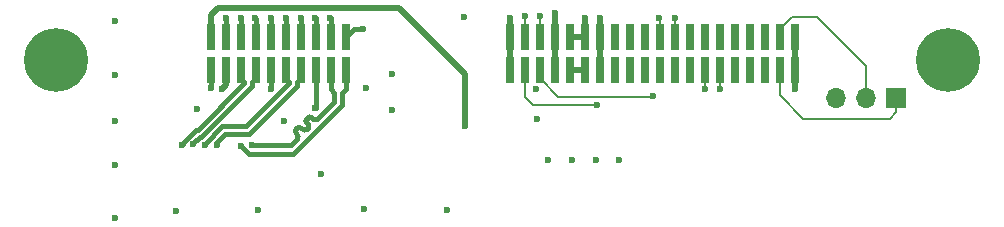
<source format=gbl>
%TF.GenerationSoftware,KiCad,Pcbnew,9.0.4*%
%TF.CreationDate,2025-11-20T16:12:11-08:00*%
%TF.ProjectId,hadron_io_breakouts,68616472-6f6e-45f6-996f-5f627265616b,rev?*%
%TF.SameCoordinates,Original*%
%TF.FileFunction,Copper,L4,Bot*%
%TF.FilePolarity,Positive*%
%FSLAX46Y46*%
G04 Gerber Fmt 4.6, Leading zero omitted, Abs format (unit mm)*
G04 Created by KiCad (PCBNEW 9.0.4) date 2025-11-20 16:12:11*
%MOMM*%
%LPD*%
G01*
G04 APERTURE LIST*
%TA.AperFunction,ComponentPad*%
%ADD10C,0.800000*%
%TD*%
%TA.AperFunction,ComponentPad*%
%ADD11C,5.400000*%
%TD*%
%TA.AperFunction,ComponentPad*%
%ADD12R,1.700000X1.700000*%
%TD*%
%TA.AperFunction,ComponentPad*%
%ADD13O,1.700000X1.700000*%
%TD*%
%TA.AperFunction,SMDPad,CuDef*%
%ADD14R,0.740000X2.220000*%
%TD*%
%TA.AperFunction,ViaPad*%
%ADD15C,0.600000*%
%TD*%
%TA.AperFunction,Conductor*%
%ADD16C,0.500000*%
%TD*%
%TA.AperFunction,Conductor*%
%ADD17C,0.200000*%
%TD*%
%TA.AperFunction,Conductor*%
%ADD18C,0.420000*%
%TD*%
%TA.AperFunction,Conductor*%
%ADD19C,0.425600*%
%TD*%
G04 APERTURE END LIST*
D10*
%TO.P,REF\u002A\u002A,1*%
%TO.N,N/C*%
X98515000Y-25000000D03*
X99108109Y-23568109D03*
X99108109Y-26431891D03*
X100540000Y-22975000D03*
D11*
X100540000Y-25000000D03*
D10*
X100540000Y-27025000D03*
X101971891Y-23568109D03*
X101971891Y-26431891D03*
X102565000Y-25000000D03*
%TD*%
%TO.P,REF\u002A\u002A,1*%
%TO.N,N/C*%
X22975000Y-25000000D03*
X23568109Y-23568109D03*
X23568109Y-26431891D03*
X25000000Y-22975000D03*
D11*
X25000000Y-25000000D03*
D10*
X25000000Y-27025000D03*
X26431891Y-23568109D03*
X26431891Y-26431891D03*
X27025000Y-25000000D03*
%TD*%
D12*
%TO.P,J7,1,Pin_1*%
%TO.N,SBC_Debug-Rx*%
X96150000Y-28225000D03*
D13*
%TO.P,J7,2,Pin_2*%
%TO.N,SBC_Debug-Tx*%
X93610000Y-28225000D03*
%TO.P,J7,3,Pin_3*%
%TO.N,GND*%
X91070000Y-28225000D03*
%TD*%
D14*
%TO.P,J2,01,01*%
%TO.N,GND*%
X49535000Y-23048500D03*
%TO.P,J2,02,02*%
%TO.N,USB1_D_P*%
X49535000Y-25778500D03*
%TO.P,J2,03,03*%
%TO.N,USB0_D_P*%
X48265000Y-23048500D03*
%TO.P,J2,04,04*%
%TO.N,USB1_D_N*%
X48265000Y-25778500D03*
%TO.P,J2,05,05*%
%TO.N,USB0_D_N*%
X46995000Y-23048500D03*
%TO.P,J2,06,06*%
%TO.N,GND*%
X46995000Y-25778500D03*
%TO.P,J2,07,07*%
X45725000Y-23048500D03*
%TO.P,J2,08,08*%
%TO.N,USB1_TX_N*%
X45725000Y-25778500D03*
%TO.P,J2,09,09*%
%TO.N,USB0_TX_N*%
X44455000Y-23048500D03*
%TO.P,J2,10,10*%
%TO.N,USB1_TX_P*%
X44455000Y-25778500D03*
%TO.P,J2,11,11*%
%TO.N,USB0_TX_P*%
X43185000Y-23048500D03*
%TO.P,J2,12,12*%
%TO.N,GND*%
X43185000Y-25778500D03*
%TO.P,J2,13,13*%
X41915000Y-23048500D03*
%TO.P,J2,14,14*%
%TO.N,USB1_RX_N*%
X41915000Y-25778500D03*
%TO.P,J2,15,15*%
%TO.N,USB0_RX_N*%
X40645000Y-23048500D03*
%TO.P,J2,16,16*%
%TO.N,USB1_RX_P*%
X40645000Y-25778500D03*
%TO.P,J2,17,17*%
%TO.N,USB0_RX_P*%
X39375000Y-23048500D03*
%TO.P,J2,18,18*%
%TO.N,USB1 VBUS*%
X39375000Y-25778500D03*
%TO.P,J2,19,19*%
%TO.N,USB0 VBUS*%
X38105000Y-23048500D03*
%TO.P,J2,20,20*%
%TO.N,GND*%
X38105000Y-25778500D03*
%TD*%
%TO.P,J4,1,1*%
%TO.N,GND*%
X63459000Y-25778500D03*
%TO.P,J4,2,2*%
X63459000Y-23048500D03*
%TO.P,J4,3,3*%
%TO.N,Net-(J4-Pad3)*%
X64729000Y-25778500D03*
%TO.P,J4,4,4*%
%TO.N,Net-(J4-Pad4)*%
X64729000Y-23048500D03*
%TO.P,J4,5,5*%
%TO.N,Net-(J4-Pad5)*%
X65999000Y-25778500D03*
%TO.P,J4,6,6*%
%TO.N,Net-(J4-Pad6)*%
X65999000Y-23048500D03*
%TO.P,J4,7,7*%
%TO.N,GND*%
X67269000Y-25778500D03*
%TO.P,J4,8,8*%
X67269000Y-23048500D03*
%TO.P,J4,9,9*%
%TO.N,5v*%
X68539000Y-25778500D03*
%TO.P,J4,10,10*%
%TO.N,3.3v*%
X68539000Y-23048500D03*
%TO.P,J4,11,11*%
%TO.N,5v*%
X69809000Y-25778500D03*
%TO.P,J4,12,12*%
%TO.N,3.3v*%
X69809000Y-23048500D03*
%TO.P,J4,13,13*%
%TO.N,GND*%
X71079000Y-25778500D03*
%TO.P,J4,14,14*%
X71079000Y-23048500D03*
%TO.P,J4,15,15*%
%TO.N,unconnected-(J4-Pad15)*%
X72349000Y-25778500D03*
%TO.P,J4,16,16*%
%TO.N,unconnected-(J4-Pad16)*%
X72349000Y-23048500D03*
%TO.P,J4,17,17*%
%TO.N,unconnected-(J4-Pad17)*%
X73619000Y-25778500D03*
%TO.P,J4,18,18*%
%TO.N,unconnected-(J4-Pad18)*%
X73619000Y-23048500D03*
%TO.P,J4,19,19*%
%TO.N,unconnected-(J4-Pad19)*%
X74889000Y-25778500D03*
%TO.P,J4,20,20*%
%TO.N,unconnected-(J4-Pad20)*%
X74889000Y-23048500D03*
%TO.P,J4,21,21*%
%TO.N,unconnected-(J4-Pad21)*%
X76159000Y-25778500D03*
%TO.P,J4,22,22*%
%TO.N,SBC_RS232-0-Tx*%
X76159000Y-23048500D03*
%TO.P,J4,23,23*%
%TO.N,unconnected-(J4-Pad23)*%
X77429000Y-25778500D03*
%TO.P,J4,24,24*%
%TO.N,SBC_RS232-0-Rx*%
X77429000Y-23048500D03*
%TO.P,J4,25,25*%
%TO.N,unconnected-(J4-Pad25)*%
X78699000Y-25778500D03*
%TO.P,J4,26,26*%
%TO.N,unconnected-(J4-Pad26)*%
X78699000Y-23048500D03*
%TO.P,J4,27,27*%
%TO.N,SBC_RS232-1-Tx*%
X79969000Y-25778500D03*
%TO.P,J4,28,28*%
%TO.N,unconnected-(J4-Pad28)*%
X79969000Y-23048500D03*
%TO.P,J4,29,29*%
%TO.N,SBC_RS232-1-Rx*%
X81239000Y-25778500D03*
%TO.P,J4,30,30*%
%TO.N,unconnected-(J4-Pad30)*%
X81239000Y-23048500D03*
%TO.P,J4,31,31*%
%TO.N,unconnected-(J4-Pad31)*%
X82509000Y-25778500D03*
%TO.P,J4,32,32*%
%TO.N,unconnected-(J4-Pad32)*%
X82509000Y-23048500D03*
%TO.P,J4,33,33*%
%TO.N,unconnected-(J4-Pad33)*%
X83779000Y-25778500D03*
%TO.P,J4,34,34*%
%TO.N,unconnected-(J4-Pad34)*%
X83779000Y-23048500D03*
%TO.P,J4,35,35*%
%TO.N,unconnected-(J4-Pad35)*%
X85049000Y-25778500D03*
%TO.P,J4,36,36*%
%TO.N,unconnected-(J4-Pad36)*%
X85049000Y-23048500D03*
%TO.P,J4,37,37*%
%TO.N,SBC_Debug-Rx*%
X86319000Y-25778500D03*
%TO.P,J4,38,38*%
%TO.N,SBC_Debug-Tx*%
X86319000Y-23048500D03*
%TO.P,J4,39,39*%
%TO.N,GND*%
X87589000Y-25778500D03*
%TO.P,J4,40,40*%
X87589000Y-23048500D03*
%TD*%
D15*
%TO.N,USB1 VBUS*%
X39050000Y-27400000D03*
%TO.N,GND*%
X42150000Y-37650000D03*
X50975000Y-22350000D03*
X30050000Y-26200000D03*
X51100000Y-37625000D03*
X67269000Y-21006000D03*
X46975000Y-29050735D03*
X51250000Y-27350000D03*
X36975000Y-29125000D03*
X30025000Y-33875000D03*
X44350000Y-30125000D03*
X41900000Y-21450000D03*
X53450000Y-29200000D03*
X43185754Y-27446415D03*
X71050000Y-21400000D03*
X66700000Y-33475000D03*
X53475000Y-26125000D03*
X72700000Y-33475000D03*
X68700000Y-33475000D03*
X63459000Y-21400000D03*
X70700000Y-33475000D03*
X30050000Y-38350000D03*
X87575000Y-27425000D03*
X47450000Y-34625000D03*
X59600000Y-21350000D03*
X30050000Y-21675000D03*
X58100000Y-37700000D03*
X65750000Y-29925000D03*
X30050000Y-30125000D03*
X35150000Y-37750000D03*
X38100000Y-27300000D03*
X45725000Y-21450000D03*
%TO.N,USB1_D_P*%
X40650000Y-32225000D03*
%TO.N,USB1_RX_N*%
X36650000Y-32100000D03*
%TO.N,USB1_D_N*%
X41650000Y-32200000D03*
%TO.N,USB1_TX_N*%
X38650000Y-32175000D03*
%TO.N,USB1_TX_P*%
X37625000Y-32150000D03*
%TO.N,USB1_RX_P*%
X35650000Y-32125000D03*
%TO.N,USB0_TX_N*%
X44500000Y-21425000D03*
%TO.N,USB0_D_P*%
X48250000Y-21425000D03*
%TO.N,USB0 VBUS*%
X59625000Y-30575000D03*
%TO.N,USB0_TX_P*%
X43200000Y-21375000D03*
%TO.N,USB0_D_N*%
X46975000Y-21425000D03*
%TO.N,USB0_RX_N*%
X40650000Y-21375000D03*
%TO.N,USB0_RX_P*%
X39375000Y-21375000D03*
%TO.N,SBC_RS232-1-Rx*%
X81275000Y-27400000D03*
%TO.N,SBC_RS232-0-Tx*%
X76100000Y-21400000D03*
%TO.N,SBC_RS232-0-Rx*%
X77425000Y-21375000D03*
%TO.N,SBC_RS232-1-Tx*%
X79961765Y-27438235D03*
%TO.N,Net-(J4-Pad5)*%
X75600000Y-28050000D03*
%TO.N,Net-(J4-Pad3)*%
X70850000Y-28775000D03*
%TO.N,Net-(J4-Pad4)*%
X64725000Y-21250000D03*
%TO.N,Net-(J4-Pad6)*%
X65999000Y-21226000D03*
%TO.N,3.3v*%
X65675000Y-27425000D03*
X69825000Y-21400000D03*
%TD*%
D16*
%TO.N,USB1 VBUS*%
X39375000Y-25778500D02*
X39375000Y-27075000D01*
X39375000Y-27075000D02*
X39050000Y-27400000D01*
%TO.N,GND*%
X71079000Y-23048500D02*
X71079000Y-25778500D01*
D17*
X41915000Y-21465000D02*
X41900000Y-21450000D01*
D16*
X67269000Y-21006000D02*
X67269000Y-23048500D01*
D18*
X50233500Y-22350000D02*
X49535000Y-23048500D01*
D16*
X71079000Y-21429000D02*
X71050000Y-21400000D01*
D17*
X43185000Y-25100000D02*
X43185000Y-25778500D01*
D16*
X87589000Y-25778500D02*
X87589000Y-27411000D01*
D18*
X46997048Y-25780548D02*
X46995000Y-25778500D01*
D17*
X45725000Y-23048500D02*
X45725000Y-23788500D01*
D18*
X46975000Y-29050735D02*
X46997048Y-29028687D01*
X46997048Y-29028687D02*
X46997048Y-25780548D01*
D16*
X87589000Y-25778500D02*
X87589000Y-23048500D01*
D18*
X45725000Y-23788500D02*
X45725000Y-21450000D01*
D16*
X67269000Y-23048500D02*
X67269000Y-25778500D01*
D17*
X38100000Y-27300000D02*
X38105000Y-27295000D01*
X43185754Y-27446415D02*
X43185753Y-27446415D01*
D16*
X63459000Y-23048500D02*
X63459000Y-25778500D01*
D17*
X41915000Y-23048500D02*
X41915000Y-23830000D01*
D16*
X63459000Y-21400000D02*
X63459000Y-23048500D01*
D18*
X50975000Y-22350000D02*
X50233500Y-22350000D01*
X38105000Y-27295000D02*
X38105000Y-25778500D01*
D17*
X43185753Y-27446415D02*
X43185000Y-27445662D01*
D16*
X87589000Y-27411000D02*
X87575000Y-27425000D01*
D17*
X41915000Y-23048500D02*
X41915000Y-23788500D01*
D18*
X43185000Y-27445662D02*
X43185000Y-25778500D01*
X41915000Y-23788500D02*
X41915000Y-21465000D01*
D16*
X71079000Y-23048500D02*
X71079000Y-21429000D01*
D19*
%TO.N,USB1_D_P*%
X45044630Y-32925000D02*
X41350000Y-32925000D01*
X49535000Y-27443501D02*
X49214400Y-27764101D01*
X49214400Y-27764101D02*
X49214400Y-28755230D01*
X41350000Y-32925000D02*
X40650000Y-32225000D01*
X49535000Y-25778500D02*
X49535000Y-27443501D01*
X49214400Y-28755230D02*
X45044630Y-32925000D01*
%TO.N,USB1_RX_N*%
X36650000Y-32014258D02*
X36650000Y-32100000D01*
X41594400Y-27175230D02*
X37277165Y-31492465D01*
X37277165Y-31492465D02*
X37171793Y-31492465D01*
X37171793Y-31492465D02*
X36650000Y-32014258D01*
X41915000Y-26518500D02*
X41594400Y-26839100D01*
X41915000Y-25778500D02*
X41915000Y-26518500D01*
X41594400Y-26839100D02*
X41594400Y-27175230D01*
%TO.N,USB1_D_N*%
X45435274Y-30735612D02*
X45346800Y-30824085D01*
X44881455Y-32198915D02*
X44880370Y-32200000D01*
X48265000Y-27443501D02*
X48585600Y-27764101D01*
X46332381Y-30747986D02*
X46243909Y-30836460D01*
X46320031Y-29850903D02*
X46231557Y-29939376D01*
X45447648Y-31632719D02*
X45359176Y-31721193D01*
D17*
X48265000Y-25778500D02*
X48265000Y-26412103D01*
D19*
X45346800Y-31177978D02*
X45447648Y-31278826D01*
X45890016Y-30836461D02*
X45789167Y-30735612D01*
X48585600Y-27764101D02*
X48585600Y-28494770D01*
X46231557Y-30293269D02*
X46332381Y-30394093D01*
X45359176Y-31721193D02*
X44881455Y-32198915D01*
X48585600Y-28494770D02*
X47128642Y-29951728D01*
X44228500Y-32200000D02*
X41650000Y-32200000D01*
X46774749Y-29951728D02*
X46673924Y-29850903D01*
X44880370Y-32200000D02*
X44228500Y-32200000D01*
X46243909Y-30836460D02*
X46243909Y-30836461D01*
X48265000Y-25778500D02*
X48265000Y-27443501D01*
X45789167Y-30735612D02*
G75*
G03*
X45435275Y-30735612I-176946J-176945D01*
G01*
X45346800Y-30824085D02*
G75*
G03*
X45346831Y-31177946I176900J-176915D01*
G01*
X46673924Y-29850903D02*
G75*
G03*
X46320032Y-29850903I-176946J-176945D01*
G01*
X45447648Y-31278826D02*
G75*
G02*
X45447676Y-31632746I-176948J-176974D01*
G01*
X46243909Y-30836461D02*
G75*
G02*
X45890017Y-30836461I-176946J176945D01*
G01*
X46231557Y-29939376D02*
G75*
G03*
X46231579Y-30293246I176943J-176924D01*
G01*
X46332381Y-30394093D02*
G75*
G02*
X46332342Y-30747947I-176981J-176907D01*
G01*
X47128642Y-29951728D02*
G75*
G02*
X46774750Y-29951728I-176946J176945D01*
G01*
%TO.N,USB1_TX_N*%
X45725000Y-25778500D02*
X45725000Y-26518500D01*
X45404400Y-26839100D02*
X45404400Y-27165230D01*
X45725000Y-26518500D02*
X45404400Y-26839100D01*
X38650000Y-31914400D02*
X39350000Y-31214400D01*
X45404400Y-27165230D02*
X41355230Y-31214400D01*
X38650000Y-32175000D02*
X38650000Y-31914400D01*
X41355230Y-31214400D02*
X39350000Y-31214400D01*
%TO.N,USB1_TX_P*%
X44775600Y-26904770D02*
X41094770Y-30585600D01*
X41094770Y-30585600D02*
X39094068Y-30585600D01*
X37625000Y-32054668D02*
X37625000Y-32150000D01*
X44455000Y-26518500D02*
X44775600Y-26839100D01*
X44455000Y-25778500D02*
X44455000Y-26518500D01*
X39094068Y-30585600D02*
X37625000Y-32054668D01*
X44775600Y-26839100D02*
X44775600Y-26904770D01*
%TO.N,USB1_RX_P*%
X40645000Y-26518500D02*
X40965600Y-26839100D01*
X35937200Y-31837800D02*
X35650000Y-32125000D01*
X36354748Y-31387200D02*
X35937200Y-31804748D01*
X35937200Y-31804748D02*
X35937200Y-31837800D01*
X40965600Y-26914770D02*
X37002685Y-30877685D01*
X37002685Y-30877685D02*
X36897315Y-30877685D01*
X40645000Y-25778500D02*
X40645000Y-26518500D01*
X36387800Y-31387200D02*
X36354748Y-31387200D01*
X36897315Y-30877685D02*
X36387800Y-31387200D01*
X40965600Y-26839100D02*
X40965600Y-26914770D01*
D18*
%TO.N,USB0_TX_N*%
X44500000Y-21425000D02*
X44500000Y-23003500D01*
D17*
X44500000Y-23003500D02*
X44455000Y-23048500D01*
%TO.N,USB0_D_P*%
X48265000Y-21440000D02*
X48250000Y-21425000D01*
D18*
X48265000Y-23048500D02*
X48265000Y-21440000D01*
D16*
%TO.N,USB0 VBUS*%
X54050000Y-20550000D02*
X59625000Y-26125000D01*
X38105000Y-23048500D02*
X38105000Y-21170000D01*
X59625000Y-26125000D02*
X59625000Y-30575000D01*
X38105000Y-21170000D02*
X38725000Y-20550000D01*
X38725000Y-20550000D02*
X54050000Y-20550000D01*
D17*
%TO.N,USB0_TX_P*%
X43185000Y-21390000D02*
X43200000Y-21375000D01*
D18*
X43185000Y-23048500D02*
X43185000Y-21390000D01*
%TO.N,USB0_D_N*%
X46995000Y-23048500D02*
X46995000Y-21445000D01*
D17*
X46995000Y-21445000D02*
X46975000Y-21425000D01*
%TO.N,USB0_RX_N*%
X40650000Y-21375000D02*
X40645000Y-21380000D01*
D18*
X40645000Y-21380000D02*
X40645000Y-23048500D01*
%TO.N,USB0_RX_P*%
X39375000Y-23048500D02*
X39375000Y-21525000D01*
D17*
%TO.N,SBC_RS232-1-Rx*%
X81239000Y-27364000D02*
X81275000Y-27400000D01*
X81239000Y-25778500D02*
X81239000Y-27364000D01*
%TO.N,SBC_RS232-0-Tx*%
X76159000Y-23048500D02*
X76159000Y-21459000D01*
X76159000Y-21459000D02*
X76100000Y-21400000D01*
%TO.N,SBC_RS232-0-Rx*%
X77429000Y-23048500D02*
X77429000Y-21379000D01*
X77429000Y-21379000D02*
X77425000Y-21375000D01*
%TO.N,SBC_RS232-1-Tx*%
X79969000Y-25778500D02*
X79969000Y-27431000D01*
X79969000Y-27431000D02*
X79961765Y-27438235D01*
%TO.N,Net-(J4-Pad5)*%
X65999000Y-26518500D02*
X65999000Y-25778500D01*
X67555500Y-28075000D02*
X65999000Y-26518500D01*
X75575000Y-28075000D02*
X67555500Y-28075000D01*
X75600000Y-28050000D02*
X75575000Y-28075000D01*
%TO.N,Net-(J4-Pad3)*%
X64729000Y-28079000D02*
X64729000Y-25778500D01*
X65425000Y-28775000D02*
X64729000Y-28079000D01*
X70850000Y-28775000D02*
X65425000Y-28775000D01*
%TO.N,Net-(J4-Pad4)*%
X64725000Y-21250000D02*
X64729000Y-21254000D01*
X64729000Y-21254000D02*
X64729000Y-23048500D01*
%TO.N,Net-(J4-Pad6)*%
X65999000Y-21226000D02*
X65999000Y-23048500D01*
%TO.N,SBC_Debug-Rx*%
X86319000Y-25778500D02*
X86319000Y-27969000D01*
X96150000Y-29400000D02*
X96150000Y-28225000D01*
X88300000Y-29950000D02*
X95600000Y-29950000D01*
X95600000Y-29950000D02*
X96150000Y-29400000D01*
X86319000Y-27969000D02*
X88300000Y-29950000D01*
%TO.N,SBC_Debug-Tx*%
X93610000Y-25510000D02*
X93610000Y-28225000D01*
X89425000Y-21325000D02*
X93610000Y-25510000D01*
X87302500Y-21325000D02*
X89425000Y-21325000D01*
X86319000Y-22308500D02*
X87302500Y-21325000D01*
X86319000Y-23048500D02*
X86319000Y-22308500D01*
D16*
%TO.N,3.3v*%
X69809000Y-23048500D02*
X69809000Y-21416000D01*
X69809000Y-23048500D02*
X69807500Y-23050000D01*
X69809000Y-21416000D02*
X69825000Y-21400000D01*
X69809000Y-23048500D02*
X68539000Y-23048500D01*
%TO.N,5v*%
X69809000Y-25778500D02*
X68539000Y-25778500D01*
%TD*%
M02*

</source>
